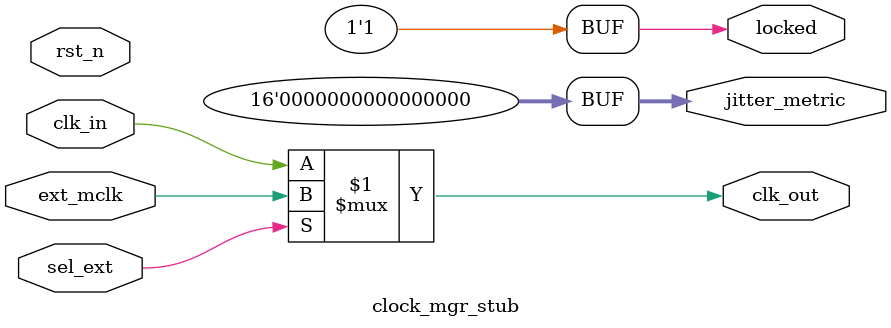
<source format=v>
`timescale 1ns/1ps
module clock_mgr_stub (
    input  wire clk_in,
    input  wire rst_n,
    input  wire ext_mclk,
    input  wire sel_ext,      // 1: use ext_mclk, 0: use clk_in
    output wire clk_out,
    output wire locked,
    output wire [15:0] jitter_metric
);
    assign clk_out = sel_ext ? ext_mclk : clk_in;
    assign locked = 1'b1;
    assign jitter_metric = 16'd0;
endmodule

</source>
